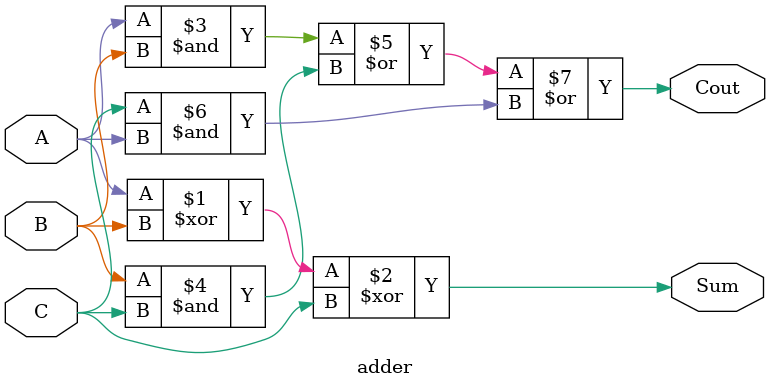
<source format=v>
module adder(A, B, C, Sum, Cout);
input A; //¼ø¼­ Áß¿ä! (¿¬°á¿¡ °ü·ÃÀÖÀ½) 
input B;
input C;
output Sum;
output Cout;

assign Sum=A^B^C;
assign Cout=(A&B)|(B&C)|(C&A);

endmodule

</source>
